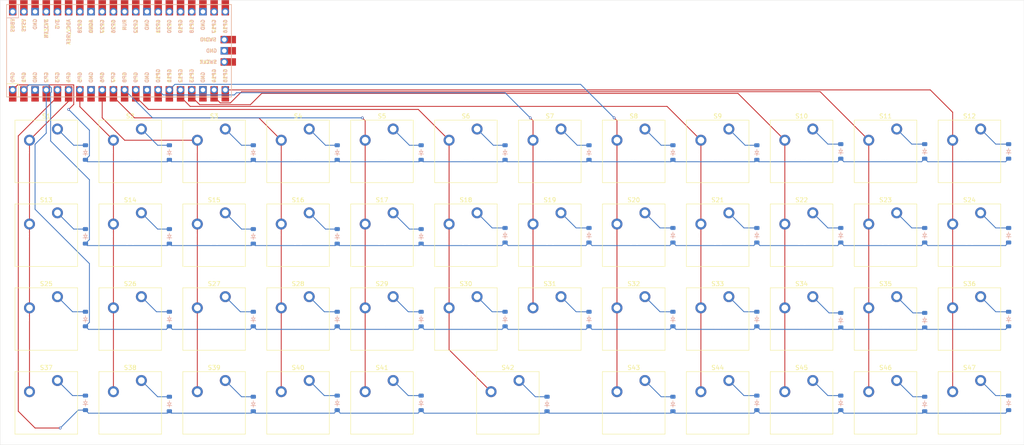
<source format=kicad_pcb>
(kicad_pcb
	(version 20241229)
	(generator "pcbnew")
	(generator_version "9.0")
	(general
		(thickness 1.6)
		(legacy_teardrops no)
	)
	(paper "A4")
	(layers
		(0 "F.Cu" signal)
		(2 "B.Cu" signal)
		(9 "F.Adhes" user "F.Adhesive")
		(11 "B.Adhes" user "B.Adhesive")
		(13 "F.Paste" user)
		(15 "B.Paste" user)
		(5 "F.SilkS" user "F.Silkscreen")
		(7 "B.SilkS" user "B.Silkscreen")
		(1 "F.Mask" user)
		(3 "B.Mask" user)
		(17 "Dwgs.User" user "User.Drawings")
		(19 "Cmts.User" user "User.Comments")
		(21 "Eco1.User" user "User.Eco1")
		(23 "Eco2.User" user "User.Eco2")
		(25 "Edge.Cuts" user)
		(27 "Margin" user)
		(31 "F.CrtYd" user "F.Courtyard")
		(29 "B.CrtYd" user "B.Courtyard")
		(35 "F.Fab" user)
		(33 "B.Fab" user)
		(39 "User.1" user)
		(41 "User.2" user)
		(43 "User.3" user)
		(45 "User.4" user)
	)
	(setup
		(pad_to_mask_clearance 0)
		(allow_soldermask_bridges_in_footprints no)
		(tenting front back)
		(pcbplotparams
			(layerselection 0x00000000_00000000_55555555_5755f5ff)
			(plot_on_all_layers_selection 0x00000000_00000000_00000000_00000000)
			(disableapertmacros no)
			(usegerberextensions no)
			(usegerberattributes yes)
			(usegerberadvancedattributes yes)
			(creategerberjobfile yes)
			(dashed_line_dash_ratio 12.000000)
			(dashed_line_gap_ratio 3.000000)
			(svgprecision 4)
			(plotframeref no)
			(mode 1)
			(useauxorigin no)
			(hpglpennumber 1)
			(hpglpenspeed 20)
			(hpglpendiameter 15.000000)
			(pdf_front_fp_property_popups yes)
			(pdf_back_fp_property_popups yes)
			(pdf_metadata yes)
			(pdf_single_document no)
			(dxfpolygonmode yes)
			(dxfimperialunits yes)
			(dxfusepcbnewfont yes)
			(psnegative no)
			(psa4output no)
			(plot_black_and_white yes)
			(sketchpadsonfab no)
			(plotpadnumbers no)
			(hidednponfab no)
			(sketchdnponfab yes)
			(crossoutdnponfab yes)
			(subtractmaskfromsilk no)
			(outputformat 1)
			(mirror no)
			(drillshape 1)
			(scaleselection 1)
			(outputdirectory "")
		)
	)
	(net 0 "")
	(net 1 "Row 0")
	(net 2 "Net-(D1-A)")
	(net 3 "Net-(D2-A)")
	(net 4 "Net-(D3-A)")
	(net 5 "Net-(D4-A)")
	(net 6 "Net-(D5-A)")
	(net 7 "Net-(D6-A)")
	(net 8 "Net-(D7-A)")
	(net 9 "Net-(D8-A)")
	(net 10 "Net-(D9-A)")
	(net 11 "Net-(D10-A)")
	(net 12 "Net-(D11-A)")
	(net 13 "Net-(D12-A)")
	(net 14 "Net-(D13-A)")
	(net 15 "Row 1")
	(net 16 "Net-(D14-A)")
	(net 17 "Net-(D15-A)")
	(net 18 "Net-(D16-A)")
	(net 19 "Net-(D17-A)")
	(net 20 "Net-(D18-A)")
	(net 21 "Net-(D19-A)")
	(net 22 "Net-(D20-A)")
	(net 23 "Net-(D21-A)")
	(net 24 "Net-(D22-A)")
	(net 25 "Net-(D23-A)")
	(net 26 "Net-(D24-A)")
	(net 27 "Row 2")
	(net 28 "Net-(D25-A)")
	(net 29 "Net-(D26-A)")
	(net 30 "Net-(D27-A)")
	(net 31 "Net-(D28-A)")
	(net 32 "Net-(D29-A)")
	(net 33 "Net-(D30-A)")
	(net 34 "Net-(D31-A)")
	(net 35 "Net-(D32-A)")
	(net 36 "Net-(D33-A)")
	(net 37 "Net-(D34-A)")
	(net 38 "Net-(D35-A)")
	(net 39 "Net-(D36-A)")
	(net 40 "Row 3")
	(net 41 "Net-(D37-A)")
	(net 42 "Net-(D38-A)")
	(net 43 "Net-(D39-A)")
	(net 44 "Net-(D40-A)")
	(net 45 "Net-(D41-A)")
	(net 46 "Net-(D42-A)")
	(net 47 "Net-(D43-A)")
	(net 48 "Net-(D44-A)")
	(net 49 "Net-(D45-A)")
	(net 50 "Net-(D46-A)")
	(net 51 "Net-(D47-A)")
	(net 52 "Col 0")
	(net 53 "Col 1")
	(net 54 "Col 2")
	(net 55 "Col 3")
	(net 56 "Col 4")
	(net 57 "Col 5")
	(net 58 "Col 6")
	(net 59 "Col 7")
	(net 60 "Col 8")
	(net 61 "Col 9")
	(net 62 "Col 10")
	(net 63 "Col 11")
	(net 64 "unconnected-(U1-GPIO16-Pad21)")
	(net 65 "unconnected-(U1-3V3_EN-Pad37)")
	(net 66 "unconnected-(U1-AGND-Pad33)")
	(net 67 "unconnected-(U1-GND-Pad42)")
	(net 68 "unconnected-(U1-GPIO27_ADC1-Pad32)")
	(net 69 "unconnected-(U1-GND-Pad8)")
	(net 70 "unconnected-(U1-GPIO26_ADC0-Pad31)")
	(net 71 "unconnected-(U1-GPIO28_ADC2-Pad34)")
	(net 72 "unconnected-(U1-GND-Pad13)")
	(net 73 "unconnected-(U1-GND-Pad28)")
	(net 74 "unconnected-(U1-ADC_VREF-Pad35)")
	(net 75 "unconnected-(U1-SWCLK-Pad41)")
	(net 76 "unconnected-(U1-GND-Pad18)")
	(net 77 "unconnected-(U1-3V3-Pad36)")
	(net 78 "unconnected-(U1-GND-Pad23)")
	(net 79 "unconnected-(U1-GPIO19-Pad25)")
	(net 80 "unconnected-(U1-RUN-Pad30)")
	(net 81 "unconnected-(U1-GPIO18-Pad24)")
	(net 82 "unconnected-(U1-GPIO22-Pad29)")
	(net 83 "unconnected-(U1-GPIO17-Pad22)")
	(net 84 "unconnected-(U1-GND-Pad3)")
	(net 85 "unconnected-(U1-GPIO21-Pad27)")
	(net 86 "unconnected-(U1-SWDIO-Pad43)")
	(net 87 "unconnected-(U1-GND-Pad38)")
	(net 88 "unconnected-(U1-GPIO20-Pad26)")
	(net 89 "unconnected-(U1-VSYS-Pad39)")
	(net 90 "unconnected-(U1-VBUS-Pad40)")
	(footprint "ScottoKeebs_MX:MX_PCB_1.00u" (layer "F.Cu") (at 103.8225 121.92))
	(footprint "ScottoKeebs_MX:MX_PCB_1.00u" (layer "F.Cu") (at 46.6725 102.87))
	(footprint "ScottoKeebs_MX:MX_PCB_1.00u" (layer "F.Cu") (at 218.1225 83.82))
	(footprint "ScottoKeebs_MCU:Raspberry_Pi_Pico" (layer "F.Cu") (at 63.1825 60.96 90))
	(footprint "ScottoKeebs_MX:MX_PCB_1.00u" (layer "F.Cu") (at 256.2225 83.82))
	(footprint "ScottoKeebs_MX:MX_PCB_1.00u" (layer "F.Cu") (at 160.9725 83.82))
	(footprint "ScottoKeebs_MX:MX_PCB_1.00u" (layer "F.Cu") (at 199.0725 140.97))
	(footprint "ScottoKeebs_MX:MX_PCB_1.00u" (layer "F.Cu") (at 84.7725 102.87))
	(footprint "ScottoKeebs_MX:MX_PCB_1.00u" (layer "F.Cu") (at 180.0225 121.92))
	(footprint "ScottoKeebs_MX:MX_PCB_1.00u" (layer "F.Cu") (at 180.0225 83.82))
	(footprint "ScottoKeebs_MX:MX_PCB_1.00u" (layer "F.Cu") (at 122.8725 102.87))
	(footprint "ScottoKeebs_MX:MX_PCB_1.00u" (layer "F.Cu") (at 199.0725 102.87))
	(footprint "ScottoKeebs_MX:MX_PCB_1.00u" (layer "F.Cu") (at 237.1725 102.87))
	(footprint "ScottoKeebs_MX:MX_PCB_1.00u" (layer "F.Cu") (at 103.8225 83.82))
	(footprint "ScottoKeebs_MX:MX_PCB_1.00u" (layer "F.Cu") (at 237.1725 140.97))
	(footprint "ScottoKeebs_MX:MX_PCB_1.00u" (layer "F.Cu") (at 199.0725 121.92))
	(footprint "ScottoKeebs_MX:MX_PCB_1.00u" (layer "F.Cu") (at 122.8725 83.82))
	(footprint "ScottoKeebs_MX:MX_PCB_1.00u" (layer "F.Cu") (at 65.7225 83.82))
	(footprint "ScottoKeebs_MX:MX_PCB_1.00u" (layer "F.Cu") (at 218.1225 140.97))
	(footprint "ScottoKeebs_MX:MX_PCB_1.00u" (layer "F.Cu") (at 180.0225 140.97))
	(footprint "ScottoKeebs_MX:MX_PCB_1.00u" (layer "F.Cu") (at 65.7225 140.97))
	(footprint "ScottoKeebs_MX:MX_PCB_1.00u" (layer "F.Cu") (at 141.9225 102.87))
	(footprint "ScottoKeebs_MX:MX_PCB_1.00u" (layer "F.Cu") (at 46.6725 140.97))
	(footprint "ScottoKeebs_MX:MX_PCB_1.00u" (layer "F.Cu") (at 256.2225 102.87))
	(footprint "ScottoKeebs_MX:MX_PCB_1.00u" (layer "F.Cu") (at 84.7725 83.82))
	(footprint "ScottoKeebs_MX:MX_PCB_1.00u"
		(layer "F.Cu")
		(uuid "6ecfff7d-d109-4cab-a738-71371b3361c0")
		(at 160.9725 121.92)
		(descr "MX keyswitch PCB Mount Keycap 1.00u")
		(tags "MX Keyboard Keyswitch Switch PCB Cutout Keycap 1.00u")
		(property "Reference" "S31"
			(at 0 -8 0)
			(layer "F.SilkS")
			(uuid "6afe9706-b57d-4ae6-9b0d-60adf9622f37")
			(effects
				(font
					(size 1 1)
					(thickness 0.15)
				)
			)
		)
		(property "Value" "~"
			(at 0 8 0)
			(layer "F.Fab")
			(uuid "9eae6905-06df-4cda-a557-364a52a83f5e")
			(effects
				(font
					(size 1 1)
					(thickness 0.15)
				)
			)
		)
		(property "Datasheet" ""
			(at 0 0 0)
			(layer "F.Fab")
			(hide yes)
			(uuid "3b3ce1d6-4d75-4237-bb07-d2473bb95f3e")
			(effects
				(font
					(size 1.27 1.27)
					(thickness 0.15)
				)
			)
		)
		(property "Description" ""
			(at 0 0 0)
			(layer "F.Fab")
			(hide yes)
			(uuid "bad4aef3-5050-4b2b-8072-e75e64ac62e8")
			(effects
				(font
					(size 1.27 1.27)
					(thickness 0.15)
				)
			)
		)
		(path "/8c92a7ff-80d5-468a-8044-21bc7df3a6a5")
		(sheetname "/")
		(sheetfile "kb-pcb-v1-40-ortho.kicad_sch")
		(attr through_hole)
		(fp_line
			(start -7.1 -7.1)
			(end -7.1 7.1)
			(stroke
				(width 0.12)
				(type solid)
			)
			(layer "F.SilkS")
			(uuid "bfdb91ac-c7c5-44a4-8d21-56cd77b963bf")
		)
		(fp_line
			(start -7.1 7.1)
			(end 7.1 7.1)
			(stroke
				(width 0.12)
				(type solid)
			)
			(layer "F.SilkS")
			(uuid "1ac6fd91-8e90-4d5a-8313-bff7d47d75e1")
		)
		(fp_line
			(start 7.1 -7.1)
			(end -7.1 -7.1)
			(stroke
				(width 0.12)
				(type solid)
			)
			(layer "F.SilkS")
			(uuid "d7a16a6d-5bb8-4c71-92b5-def6d1b52eed")
		)
		(fp_line
			(start 7.1 7.1)
			(end 7.1 -7.1)
			(stroke
				(width 0.12)
				(type solid)
			)
			(layer "F.SilkS")
			(uuid "c00e874e-5375-4c62-811d-07b5db9a7f4b")
		)
		(fp_line
			(start -9.525 -9.525)
			(end -9.525 9.525)
			(stroke
				(width 0.1)
				(type solid)
			)
			(layer "Dwgs.User")
			(uuid "4379d734-21db-4a99-99cc-7431e6b1f257")
		)
		(fp_line
			(start -9.525 9.525)
			(end 9.525 9.525)
			(stroke
				(width 0.1)
				(type solid)
			)
			(layer "Dwgs.User")
			(uuid "75266f06-bb78-477a-946a-df24037c96b2")
		)
		(fp_line
			(start 9.525 -9.525)
			(end -9.525 -9.525)
			(stroke
				(width 0.1)
				(type solid)
			)
			(layer "Dwgs.User")
			(uuid "e3ace00e-7176-4987-8b16-335e771dd6d4")
		)
		(fp_line
			(start 9.525 9.525)
			(end 9.525 -9.525)
			(stroke
				(width 0.1)
				(type solid)
			)
			(layer "Dwgs.User")
			(uuid "00f2f58a-5a5e-4d0c-b6b1-b471120636a5")
		)
		(fp_line
			(start -7 -7)
			(end -7 7)
			(stroke
				(width 0.1)
				(type solid)
			)
			(layer "Eco1.User")
			(uuid "b30ec1d2-e18f-468c-b4e3-f871d8c284a1")
		)
		(fp_line
			(start -7 7)
			(end 7 7)
			(stroke
				(width 0.1)
				(type solid)
			)
			(layer "Eco1.User")
			(uuid "43e896da-8757-455e-bac1-e5e59679a72e")
		)
		(fp_line
			(start 7 -7)
			(end -7 -7)
			(stroke
				(width 0.1)
				(type solid)
			)
			(layer "Eco1.User")
			(uuid "25a727f4-8cb1-479b-ab6c-88e0bdc23f7b")
		)
		(fp_line
			(start 7 7)
			(end 7 -7)
			(stroke
				(width 0.1)
				(type solid)
			)
			(layer "Eco1.User")
			(uuid "149c76ce-d273-4634-8d21-1e70f0270350")
		)
		(fp_line
			(start -7.25 -7.25)
			(end -7.25 7.25)
			(stroke
				(width 0.05)
				(type solid)
			)
			(layer "F.CrtYd")
			(uuid "8145639f-334c-4895-bf50-dd16f166fee3")
		)
		(fp_line
			(start -7.25 7.25)
			(end 7.25 7.25)
			(stroke
				(width 0.05)
				(type solid)
			)
			(layer "F.CrtYd")
			(uuid "043ffb97-8740-4b70-b924-950bccc890d0")
		)
		(fp_line
			(start 7.25 -7.25)
			(end -7.25 -7.25)
			(stroke
				(width 0.05)
				(type solid)
			)
			(layer "F.CrtYd")
			(uuid "d2dc0591-9464-4f6e-b911-c42179d4c670")
		)
		(fp_line
			(start 7.25 7.25)
			(end 7.25 -7.25)
			(stroke
				(width 0.05)
				(type solid)
			)
			(layer "F.CrtYd")
			(uuid "66781dad-a8ce-4717-a246-3b9090289e4e")
		)
		(fp_line
			(start -7 -7)
			(end -7 7)
			(stroke
				(width 0.1)
				(type solid)
			)
			(layer "F.Fab")
			(uuid "35484c2b-5b6c-4a68-a31d-a5fd78cf90cb")
		)
		(fp_line
			(start -7 7)
			(end 7 7)
			(stroke
				(width 0.1)
				(type solid)
			)
			(layer "F.Fab")
			(uuid "fb6a6a34-d64e-44be-97d6-cae958bc60e3")
		)
		(fp_line
			(start 7 -7)
			(end -7 -7)
			(stroke
				(width 0.1)
				(type solid)
			)
			(layer "F.Fab")
			(uuid "43a9a8ea-4037-4f0c-8154-83aaed9111a7")
		)
		(fp_line
			(start 7 7)
			(end 7 -7)
			(stroke
				(width 0.1)
				(type solid)
			)
			(layer "F.Fab")
			(uuid "0abfa7da-8559-462d-b76f-2e2e5383a2b7")
		)
		(fp_text user "${REFERENCE}"
			(at 0 0 0)
			(layer "F.Fab")
			(uuid "0cb667dc-1616-4c7d-85ff-0666d0795f5d")
			(effects
				(font
					(size 1 1)
					(thickness 0.15)
				)
			)
		)
		(pad "" np_thru_hole circle
			(at -5.08 0)
			(size 1.75 1.75)
			(drill 1.75)
			(layers "*.Cu" "*.Mask")
			(uuid "52eb1d07-0e1a-402e-b038-22e0db132e4d")
		)
		(pad "" np_thru_hole circle
			(at 0 0)
			(size 4 4)
			(drill 4)
			(layers "*.Cu" "*.Mask")
			(uuid "136b61c0-3a7f-4ab2-89c0-38b9f3ba6e4f")
		)
		(pad "" np_thru_hole circle
			(at 5.08 0)
			(size 1.75 1.75)
			(drill 1.75)
			(layers "*.Cu" "*.Mask")
			(uuid 
... [462277 chars truncated]
</source>
